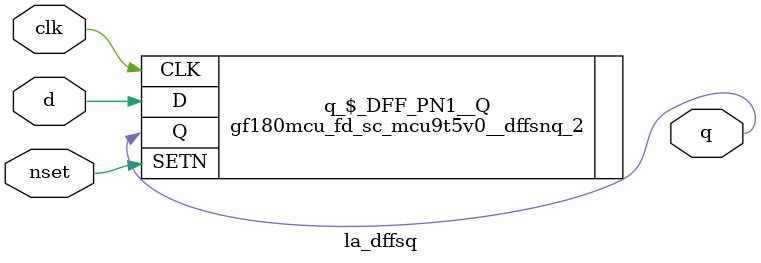
<source format=v>
/* Generated by Yosys 0.37 (git sha1 a5c7f69ed, clang 14.0.0-1ubuntu1.1 -fPIC -Os) */

module la_dffsq(d, clk, nset, q);
  input clk;
  wire clk;
  input d;
  wire d;
  input nset;
  wire nset;
  output q;
  wire q;
  gf180mcu_fd_sc_mcu9t5v0__dffsnq_2 \q_$_DFF_PN1__Q  (
    .CLK(clk),
    .D(d),
    .Q(q),
    .SETN(nset)
  );
endmodule

</source>
